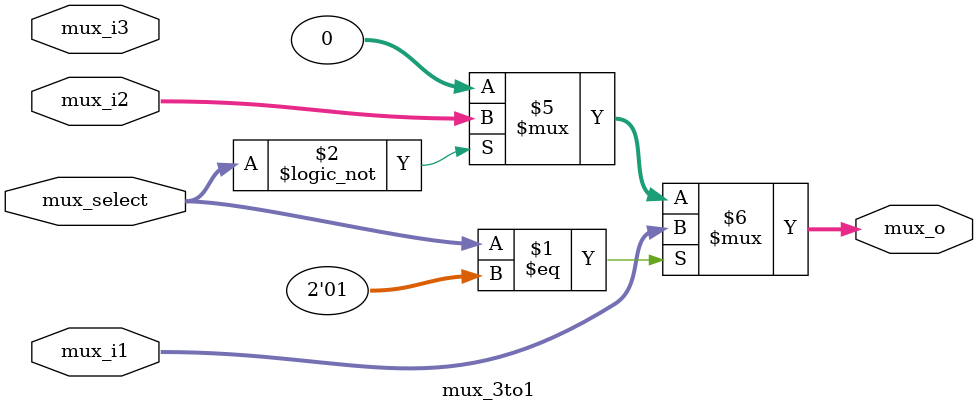
<source format=v>
`timescale 1ns / 1ps


module mux_3to1(
    input   [31:0]      mux_i1,
    input   [31:0]      mux_i2,
    input   [31:0]      mux_i3,
    input   [1:0]       mux_select,
    output [31:0]       mux_o
    );
    
    assign mux_o =      (mux_select==01)? mux_i1:
                        (mux_select==00)? mux_i2:
                        (mux_select==11)? mux_i3:32'b0;
endmodule

</source>
